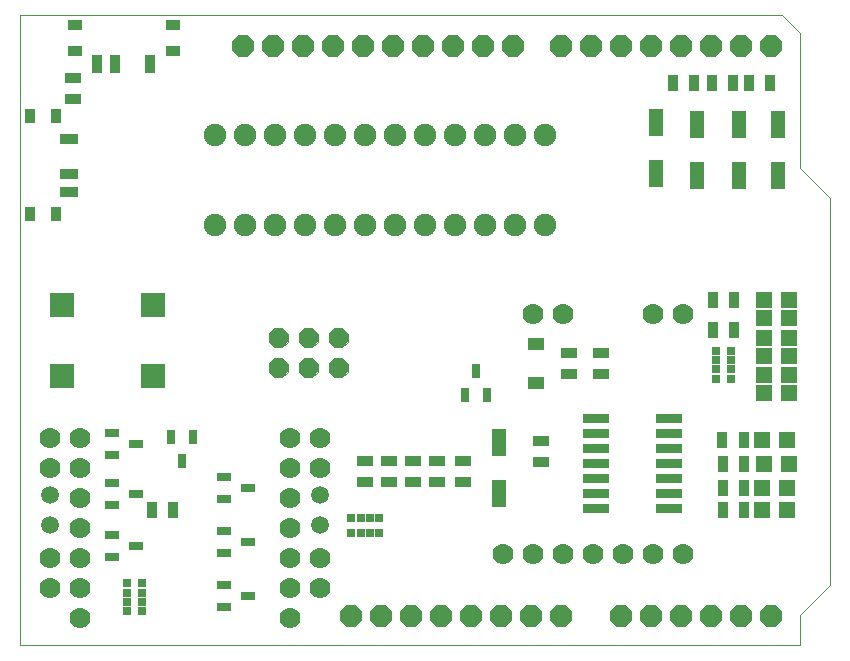
<source format=gbr>
%FSLAX44Y44*%
%OFA0.0000B0.0000*%
%SFA1B1*%
%MOMM*%
%AMFRECTNOHOLE10*
21,1,0.9016,1.3016,0.0000,0.0000,0*
%
%AMFRECTNOHOLE11*
21,1,1.3016,0.9016,0.0000,0.0000,0*
%
%AMFRECTNOHOLE12*
21,1,1.1684,2.2860,0.0000,0.0000,0*
%
%AMFRECTNOHOLE13*
21,1,1.3016,1.3016,0.0000,0.0000,0*
%
%AMFRECTNOHOLE14*
21,1,0.9016,1.1016,0.0000,0.0000,0*
%
%AMFRECTNOHOLE15*
21,1,1.6016,0.8016,0.0000,0.0000,0*
%
%AMFRECTNOHOLE16*
21,1,1.3216,1.0116,0.0000,0.0000,0*
%
%AMFRECTNOHOLE17*
21,1,0.7366,1.1176,0.0000,0.0000,0*
%
%AMFRECTNOHOLE18*
21,1,2.1336,0.7620,0.0000,0.0000,0*
%
%AMFRECTNOHOLE19*
21,1,1.1176,0.7366,0.0000,0.0000,0*
%
%AMFRECTNOHOLE20*
21,1,2.1016,2.1016,0.0000,0.0000,0*
%
%AMFRECTNOHOLE21*
21,1,0.7516,0.6016,0.0000,0.0000,0*
%
%AMFRECTNOHOLE22*
21,1,0.6016,0.7516,0.0000,0.0000,0*
%
%AMFRECTNOHOLE23*
21,1,1.1016,0.9016,0.0000,0.0000,0*
%
%AMFRECTNOHOLE24*
21,1,0.8016,1.6016,0.0000,0.0000,0*
%
%ADD10FRECTNOHOLE10*%
%ADD11FRECTNOHOLE11*%
%ADD12FRECTNOHOLE12*%
%ADD13FRECTNOHOLE13*%
%ADD14FRECTNOHOLE14*%
%ADD15FRECTNOHOLE15*%
%ADD16FRECTNOHOLE16*%
%ADD17FRECTNOHOLE17*%
%ADD18FRECTNOHOLE18*%
%ADD19FRECTNOHOLE19*%
%ADD20FRECTNOHOLE20*%
%ADD21FRECTNOHOLE21*%
%ADD22FRECTNOHOLE22*%
%ADD23FRECTNOHOLE23*%
%ADD24FRECTNOHOLE24*%
%ADD25C,0.0010X0.0000*%
%ADD28C,0.0000X0.0000*%
%ADD38C,1.7780X0.0000*%
%ADD39C,1.4986X0.0000*%
%ADD40C,1.9016X0.0000*%
%LNSOLDERMASK_TOP266*%
%LPD*%
G36*
X524510Y511682D2*
X529718Y516890D1*
X537082Y516890D1*
X542290Y511682D1*
X542290Y504318D1*
X537082Y499110D1*
X529718Y499110D1*
X524510Y504318D1*
X524510Y511682D1*
G37*
%LNSOLDERMASK_TOP267*%
%LPD*%
G36*
X499110Y29082D2*
X504318Y34290D1*
X511682Y34290D1*
X516890Y29082D1*
X516890Y21718D1*
X511682Y16510D1*
X504318Y16510D1*
X499110Y21718D1*
X499110Y29082D1*
G37*
%LNSOLDERMASK_TOP268*%
%LPD*%
G36*
X549910Y511682D2*
X555118Y516890D1*
X562482Y516890D1*
X567690Y511682D1*
X567690Y504318D1*
X562482Y499110D1*
X555118Y499110D1*
X549910Y504318D1*
X549910Y511682D1*
G37*
%LNSOLDERMASK_TOP269*%
%LPD*%
G36*
X575310Y511682D2*
X580518Y516890D1*
X587882Y516890D1*
X593090Y511682D1*
X593090Y504318D1*
X587882Y499110D1*
X580518Y499110D1*
X575310Y504318D1*
X575310Y511682D1*
G37*
%LNSOLDERMASK_TOP270*%
%LPD*%
G36*
X600710Y511682D2*
X605918Y516890D1*
X613282Y516890D1*
X618490Y511682D1*
X618490Y504318D1*
X613282Y499110D1*
X605918Y499110D1*
X600710Y504318D1*
X600710Y511682D1*
G37*
%LNSOLDERMASK_TOP271*%
%LPD*%
G36*
X626110Y511682D2*
X631318Y516890D1*
X638682Y516890D1*
X643890Y511682D1*
X643890Y504318D1*
X638682Y499110D1*
X631318Y499110D1*
X626110Y504318D1*
X626110Y511682D1*
G37*
%LNSOLDERMASK_TOP272*%
%LPD*%
G36*
X499110Y511682D2*
X504318Y516890D1*
X511682Y516890D1*
X516890Y511682D1*
X516890Y504318D1*
X511682Y499110D1*
X504318Y499110D1*
X499110Y504318D1*
X499110Y511682D1*
G37*
%LNSOLDERMASK_TOP273*%
%LPD*%
G36*
X473710Y511682D2*
X478918Y516890D1*
X486282Y516890D1*
X491490Y511682D1*
X491490Y504318D1*
X486282Y499110D1*
X478918Y499110D1*
X473710Y504318D1*
X473710Y511682D1*
G37*
%LNSOLDERMASK_TOP274*%
%LPD*%
G36*
X448310Y511682D2*
X453518Y516890D1*
X460882Y516890D1*
X466090Y511682D1*
X466090Y504318D1*
X460882Y499110D1*
X453518Y499110D1*
X448310Y504318D1*
X448310Y511682D1*
G37*
%LNSOLDERMASK_TOP275*%
%LPD*%
G36*
X407670Y511682D2*
X412878Y516890D1*
X420242Y516890D1*
X425450Y511682D1*
X425450Y504318D1*
X420242Y499110D1*
X412878Y499110D1*
X407670Y504318D1*
X407670Y511682D1*
G37*
%LNSOLDERMASK_TOP276*%
%LPD*%
G36*
X382270Y511682D2*
X387478Y516890D1*
X394842Y516890D1*
X400050Y511682D1*
X400050Y504318D1*
X394842Y499110D1*
X387478Y499110D1*
X382270Y504318D1*
X382270Y511682D1*
G37*
%LNSOLDERMASK_TOP277*%
%LPD*%
G36*
X356870Y511682D2*
X362078Y516890D1*
X369442Y516890D1*
X374650Y511682D1*
X374650Y504318D1*
X369442Y499110D1*
X362078Y499110D1*
X356870Y504318D1*
X356870Y511682D1*
G37*
%LNSOLDERMASK_TOP278*%
%LPD*%
G36*
X331470Y511682D2*
X336678Y516890D1*
X344042Y516890D1*
X349250Y511682D1*
X349250Y504318D1*
X344042Y499110D1*
X336678Y499110D1*
X331470Y504318D1*
X331470Y511682D1*
G37*
%LNSOLDERMASK_TOP279*%
%LPD*%
G36*
X306070Y511682D2*
X311278Y516890D1*
X318642Y516890D1*
X323850Y511682D1*
X323850Y504318D1*
X318642Y499110D1*
X311278Y499110D1*
X306070Y504318D1*
X306070Y511682D1*
G37*
%LNSOLDERMASK_TOP280*%
%LPD*%
G36*
X280670Y511682D2*
X285878Y516890D1*
X293242Y516890D1*
X298450Y511682D1*
X298450Y504318D1*
X293242Y499110D1*
X285878Y499110D1*
X280670Y504318D1*
X280670Y511682D1*
G37*
%LNSOLDERMASK_TOP281*%
%LPD*%
G36*
X255270Y511682D2*
X260478Y516890D1*
X267842Y516890D1*
X273050Y511682D1*
X273050Y504318D1*
X267842Y499110D1*
X260478Y499110D1*
X255270Y504318D1*
X255270Y511682D1*
G37*
%LNSOLDERMASK_TOP282*%
%LPD*%
G36*
X229870Y511682D2*
X235078Y516890D1*
X242442Y516890D1*
X247650Y511682D1*
X247650Y504318D1*
X242442Y499110D1*
X235078Y499110D1*
X229870Y504318D1*
X229870Y511682D1*
G37*
%LNSOLDERMASK_TOP283*%
%LPD*%
G36*
X524510Y29082D2*
X529718Y34290D1*
X537082Y34290D1*
X542290Y29082D1*
X542290Y21718D1*
X537082Y16510D1*
X529718Y16510D1*
X524510Y21718D1*
X524510Y29082D1*
G37*
%LNSOLDERMASK_TOP284*%
%LPD*%
G36*
X549910Y29082D2*
X555118Y34290D1*
X562482Y34290D1*
X567690Y29082D1*
X567690Y21718D1*
X562482Y16510D1*
X555118Y16510D1*
X549910Y21718D1*
X549910Y29082D1*
G37*
%LNSOLDERMASK_TOP285*%
%LPD*%
G36*
X575310Y29082D2*
X580518Y34290D1*
X587882Y34290D1*
X593090Y29082D1*
X593090Y21718D1*
X587882Y16510D1*
X580518Y16510D1*
X575310Y21718D1*
X575310Y29082D1*
G37*
%LNSOLDERMASK_TOP286*%
%LPD*%
G36*
X600710Y29082D2*
X605918Y34290D1*
X613282Y34290D1*
X618490Y29082D1*
X618490Y21718D1*
X613282Y16510D1*
X605918Y16510D1*
X600710Y21718D1*
X600710Y29082D1*
G37*
%LNSOLDERMASK_TOP287*%
%LPD*%
G36*
X626110Y29082D2*
X631318Y34290D1*
X638682Y34290D1*
X643890Y29082D1*
X643890Y21718D1*
X638682Y16510D1*
X631318Y16510D1*
X626110Y21718D1*
X626110Y29082D1*
G37*
%LNSOLDERMASK_TOP288*%
%LPD*%
G36*
X448310Y29082D2*
X453518Y34290D1*
X460882Y34290D1*
X466090Y29082D1*
X466090Y21718D1*
X460882Y16510D1*
X453518Y16510D1*
X448310Y21718D1*
X448310Y29082D1*
G37*
%LNSOLDERMASK_TOP289*%
%LPD*%
G36*
X422910Y29082D2*
X428118Y34290D1*
X435482Y34290D1*
X440690Y29082D1*
X440690Y21718D1*
X435482Y16510D1*
X428118Y16510D1*
X422910Y21718D1*
X422910Y29082D1*
G37*
%LNSOLDERMASK_TOP290*%
%LPD*%
G36*
X397510Y29082D2*
X402718Y34290D1*
X410082Y34290D1*
X415290Y29082D1*
X415290Y21718D1*
X410082Y16510D1*
X402718Y16510D1*
X397510Y21718D1*
X397510Y29082D1*
G37*
%LNSOLDERMASK_TOP291*%
%LPD*%
G36*
X372110Y29082D2*
X377318Y34290D1*
X384682Y34290D1*
X389890Y29082D1*
X389890Y21718D1*
X384682Y16510D1*
X377318Y16510D1*
X372110Y21718D1*
X372110Y29082D1*
G37*
%LNSOLDERMASK_TOP292*%
%LPD*%
G36*
X346710Y29082D2*
X351918Y34290D1*
X359282Y34290D1*
X364490Y29082D1*
X364490Y21718D1*
X359282Y16510D1*
X351918Y16510D1*
X346710Y21718D1*
X346710Y29082D1*
G37*
%LNSOLDERMASK_TOP293*%
%LPD*%
G36*
X321310Y29082D2*
X326518Y34290D1*
X333882Y34290D1*
X339090Y29082D1*
X339090Y21718D1*
X333882Y16510D1*
X326518Y16510D1*
X321310Y21718D1*
X321310Y29082D1*
G37*
%LNSOLDERMASK_TOP294*%
%LPD*%
G36*
X204470Y511682D2*
X209678Y516890D1*
X217042Y516890D1*
X222250Y511682D1*
X222250Y504318D1*
X217042Y499110D1*
X209678Y499110D1*
X204470Y504318D1*
X204470Y511682D1*
G37*
%LNSOLDERMASK_TOP295*%
%LPD*%
G36*
X179070Y511682D2*
X184278Y516890D1*
X191642Y516890D1*
X196850Y511682D1*
X196850Y504318D1*
X191642Y499110D1*
X184278Y499110D1*
X179070Y504318D1*
X179070Y511682D1*
G37*
%LNSOLDERMASK_TOP296*%
%LPD*%
G36*
X295910Y29082D2*
X301118Y34290D1*
X308482Y34290D1*
X313690Y29082D1*
X313690Y21718D1*
X308482Y16510D1*
X301118Y16510D1*
X295910Y21718D1*
X295910Y29082D1*
G37*
%LNSOLDERMASK_TOP297*%
%LPD*%
G36*
X270510Y29082D2*
X275718Y34290D1*
X283082Y34290D1*
X288290Y29082D1*
X288290Y21718D1*
X283082Y16510D1*
X275718Y16510D1*
X270510Y21718D1*
X270510Y29082D1*
G37*
%LNSOLDERMASK_TOP298*%
%LPD*%
G36*
X210392Y238284D2*
X215106Y242998D1*
X221774Y242998D1*
X226488Y238284D1*
X226488Y231616D1*
X221774Y226902D1*
X215106Y226902D1*
X210392Y231616D1*
X210392Y238284D1*
G37*
%LNSOLDERMASK_TOP299*%
%LPD*%
G36*
X210392Y263684D2*
X215106Y268398D1*
X221774Y268398D1*
X226488Y263684D1*
X226488Y257016D1*
X221774Y252302D1*
X215106Y252302D1*
X210392Y257016D1*
X210392Y263684D1*
G37*
%LNSOLDERMASK_TOP300*%
%LPD*%
G36*
X235792Y238284D2*
X240506Y242998D1*
X247174Y242998D1*
X251888Y238284D1*
X251888Y231616D1*
X247174Y226902D1*
X240506Y226902D1*
X235792Y231616D1*
X235792Y238284D1*
G37*
%LNSOLDERMASK_TOP301*%
%LPD*%
G36*
X235792Y263684D2*
X240506Y268398D1*
X247174Y268398D1*
X251888Y263684D1*
X251888Y257016D1*
X247174Y252302D1*
X240506Y252302D1*
X235792Y257016D1*
X235792Y263684D1*
G37*
%LNSOLDERMASK_TOP302*%
%LPD*%
G36*
X261192Y238284D2*
X265906Y242998D1*
X272574Y242998D1*
X277288Y238284D1*
X277288Y231616D1*
X272574Y226902D1*
X265906Y226902D1*
X261192Y231616D1*
X261192Y238284D1*
G37*
%LNSOLDERMASK_TOP303*%
%LPD*%
G36*
X261192Y263684D2*
X265906Y268398D1*
X272574Y268398D1*
X277288Y263684D1*
X277288Y257016D1*
X272574Y252302D1*
X265906Y252302D1*
X261192Y257016D1*
X261192Y263684D1*
G37*
%LNSOLDERMASK_TOP*%
%LPD*%
G54D10*
X111650Y114300D3*
X129650Y114300D3*
X604630Y266700D3*
X586630Y266700D3*
X604630Y292100D3*
X586630Y292100D3*
X612758Y153670D3*
X594758Y153670D3*
X594758Y133350D3*
X612758Y133350D3*
X595012Y114300D3*
X613012Y114300D3*
X594504Y173990D3*
X612504Y173990D3*
X617110Y476250D3*
X635110Y476250D3*
X552340Y476250D3*
X570340Y476250D3*
X603360Y476250D3*
X585360Y476250D3*
G54D11*
X312420Y156320D3*
X312420Y138320D3*
X353060Y138320D3*
X353060Y156320D3*
X374650Y138320D3*
X374650Y156320D3*
X44450Y462170D3*
X44450Y480170D3*
X292100Y138320D3*
X292100Y156320D3*
X491490Y247760D3*
X491490Y229760D3*
X464820Y247760D3*
X464820Y229760D3*
X332740Y156320D3*
X332740Y138320D3*
X440690Y154830D3*
X440690Y172830D3*
G54D12*
X405130Y128270D3*
X405130Y171450D3*
X641350Y397510D3*
X641350Y440690D3*
X608330Y397510D3*
X608330Y440690D3*
X572770Y397510D3*
X572770Y440690D3*
X538480Y398780D3*
X538480Y441960D3*
G54D13*
X650580Y213360D3*
X629580Y213360D3*
X650580Y292100D3*
X629580Y292100D3*
X650580Y228600D3*
X629580Y228600D3*
X650580Y245110D3*
X629580Y245110D3*
X650580Y260350D3*
X629580Y260350D3*
X650580Y276860D3*
X629580Y276860D3*
X629580Y153670D3*
X650580Y153670D3*
X649310Y114300D3*
X628310Y114300D3*
X649310Y133350D3*
X628310Y133350D3*
X628310Y173990D3*
X649310Y173990D3*
G54D14*
X30050Y364900D3*
X8050Y364900D3*
X8050Y447900D3*
X30050Y447900D3*
G54D15*
X41550Y383900D3*
X41550Y398900D3*
X41550Y428900D3*
G54D16*
X436880Y255110D3*
X436880Y222410D3*
G54D17*
X376580Y212250D3*
X395580Y212250D3*
X386080Y232250D3*
X146660Y176370D3*
X127660Y176370D3*
X137160Y156370D3*
G54D18*
X548894Y115570D3*
X487426Y115570D3*
X548894Y128270D3*
X548894Y140970D3*
X487426Y128270D3*
X487426Y140970D3*
X548894Y153670D3*
X487426Y153670D3*
X548894Y166370D3*
X548894Y179070D3*
X487426Y166370D3*
X487426Y179070D3*
X548894Y191770D3*
X487426Y191770D3*
G54D19*
X172880Y51410D3*
X172880Y32410D3*
X192880Y41910D3*
X172880Y97130D3*
X172880Y78130D3*
X192880Y87630D3*
X77630Y93320D3*
X77630Y74320D3*
X97630Y83820D3*
X172880Y142850D3*
X172880Y123850D3*
X192880Y133350D3*
X77630Y179680D3*
X77630Y160680D3*
X97630Y170180D3*
X77630Y137770D3*
X77630Y118770D3*
X97630Y128270D3*
G54D20*
X35560Y287810D3*
X35560Y227810D3*
X112014Y288064D3*
X112014Y228064D3*
G54D21*
X589380Y225490D3*
X589380Y233490D3*
X589380Y241490D3*
X589380Y249490D3*
X601880Y249490D3*
X601880Y241490D3*
X601880Y233490D3*
X601880Y225490D3*
X90270Y28640D3*
X90270Y36640D3*
X90270Y44640D3*
X90270Y52640D3*
X102770Y52640D3*
X102770Y44640D3*
X102770Y36640D3*
X102770Y28640D3*
G54D22*
X304100Y95350D3*
X296100Y95350D3*
X288100Y95350D3*
X280100Y95350D3*
X280100Y107850D3*
X288100Y107850D3*
X296100Y107850D3*
X304100Y107850D3*
G54D23*
X46130Y503350D3*
X46130Y525350D3*
X129130Y525350D3*
X129130Y503350D3*
G54D24*
X65130Y491850D3*
X80130Y491850D3*
X110130Y491850D3*
G54D25*
X645160Y533400D2*
X0Y533400D1*
X660400Y518160D2*
X645160Y533400D1*
X660400Y403860D2*
X660400Y518160D1*
X685800Y378460D2*
X660400Y403860D1*
X685800Y50800D2*
X685800Y378460D1*
X660400Y25400D2*
X685800Y50800D1*
X660400Y0D2*
X660400Y25400D1*
X0Y0D2*
X660400Y0D1*
X0Y533400D2*
X0Y0D1*
G54D28*
X261192Y263684D2*
X265906Y268398D1*
X272574Y268398*
X277288Y263684*
X277288Y257016*
X272574Y252302*
X265906Y252302*
X261192Y257016*
X261192Y263684*
X261192Y238284D2*
X265906Y242998D1*
X272574Y242998*
X277288Y238284*
X277288Y231616*
X272574Y226902*
X265906Y226902*
X261192Y231616*
X261192Y238284*
X235792Y263684D2*
X240506Y268398D1*
X247174Y268398*
X251888Y263684*
X251888Y257016*
X247174Y252302*
X240506Y252302*
X235792Y257016*
X235792Y263684*
X235792Y238284D2*
X240506Y242998D1*
X247174Y242998*
X251888Y238284*
X251888Y231616*
X247174Y226902*
X240506Y226902*
X235792Y231616*
X235792Y238284*
X210392Y263684D2*
X215106Y268398D1*
X221774Y268398*
X226488Y263684*
X226488Y257016*
X221774Y252302*
X215106Y252302*
X210392Y257016*
X210392Y263684*
X210392Y238284D2*
X215106Y242998D1*
X221774Y242998*
X226488Y238284*
X226488Y231616*
X221774Y226902*
X215106Y226902*
X210392Y231616*
X210392Y238284*
X270510Y29082D2*
X275718Y34290D1*
X283082Y34290*
X288290Y29082*
X288290Y21718*
X283082Y16510*
X275718Y16510*
X270510Y21718*
X270510Y29082*
X295910Y29082D2*
X301118Y34290D1*
X308482Y34290*
X313690Y29082*
X313690Y21718*
X308482Y16510*
X301118Y16510*
X295910Y21718*
X295910Y29082*
X179070Y511682D2*
X184278Y516890D1*
X191642Y516890*
X196850Y511682*
X196850Y504318*
X191642Y499110*
X184278Y499110*
X179070Y504318*
X179070Y511682*
X204470Y511682D2*
X209678Y516890D1*
X217042Y516890*
X222250Y511682*
X222250Y504318*
X217042Y499110*
X209678Y499110*
X204470Y504318*
X204470Y511682*
X321310Y29082D2*
X326518Y34290D1*
X333882Y34290*
X339090Y29082*
X339090Y21718*
X333882Y16510*
X326518Y16510*
X321310Y21718*
X321310Y29082*
X346710Y29082D2*
X351918Y34290D1*
X359282Y34290*
X364490Y29082*
X364490Y21718*
X359282Y16510*
X351918Y16510*
X346710Y21718*
X346710Y29082*
X372110Y29082D2*
X377318Y34290D1*
X384682Y34290*
X389890Y29082*
X389890Y21718*
X384682Y16510*
X377318Y16510*
X372110Y21718*
X372110Y29082*
X397510Y29082D2*
X402718Y34290D1*
X410082Y34290*
X415290Y29082*
X415290Y21718*
X410082Y16510*
X402718Y16510*
X397510Y21718*
X397510Y29082*
X422910Y29082D2*
X428118Y34290D1*
X435482Y34290*
X440690Y29082*
X440690Y21718*
X435482Y16510*
X428118Y16510*
X422910Y21718*
X422910Y29082*
X448310Y29082D2*
X453518Y34290D1*
X460882Y34290*
X466090Y29082*
X466090Y21718*
X460882Y16510*
X453518Y16510*
X448310Y21718*
X448310Y29082*
X626110Y29082D2*
X631318Y34290D1*
X638682Y34290*
X643890Y29082*
X643890Y21718*
X638682Y16510*
X631318Y16510*
X626110Y21718*
X626110Y29082*
X600710Y29082D2*
X605918Y34290D1*
X613282Y34290*
X618490Y29082*
X618490Y21718*
X613282Y16510*
X605918Y16510*
X600710Y21718*
X600710Y29082*
X575310Y29082D2*
X580518Y34290D1*
X587882Y34290*
X593090Y29082*
X593090Y21718*
X587882Y16510*
X580518Y16510*
X575310Y21718*
X575310Y29082*
X549910Y29082D2*
X555118Y34290D1*
X562482Y34290*
X567690Y29082*
X567690Y21718*
X562482Y16510*
X555118Y16510*
X549910Y21718*
X549910Y29082*
X524510Y29082D2*
X529718Y34290D1*
X537082Y34290*
X542290Y29082*
X542290Y21718*
X537082Y16510*
X529718Y16510*
X524510Y21718*
X524510Y29082*
X229870Y511682D2*
X235078Y516890D1*
X242442Y516890*
X247650Y511682*
X247650Y504318*
X242442Y499110*
X235078Y499110*
X229870Y504318*
X229870Y511682*
X255270Y511682D2*
X260478Y516890D1*
X267842Y516890*
X273050Y511682*
X273050Y504318*
X267842Y499110*
X260478Y499110*
X255270Y504318*
X255270Y511682*
X280670Y511682D2*
X285878Y516890D1*
X293242Y516890*
X298450Y511682*
X298450Y504318*
X293242Y499110*
X285878Y499110*
X280670Y504318*
X280670Y511682*
X306070Y511682D2*
X311278Y516890D1*
X318642Y516890*
X323850Y511682*
X323850Y504318*
X318642Y499110*
X311278Y499110*
X306070Y504318*
X306070Y511682*
X331470Y511682D2*
X336678Y516890D1*
X344042Y516890*
X349250Y511682*
X349250Y504318*
X344042Y499110*
X336678Y499110*
X331470Y504318*
X331470Y511682*
X356870Y511682D2*
X362078Y516890D1*
X369442Y516890*
X374650Y511682*
X374650Y504318*
X369442Y499110*
X362078Y499110*
X356870Y504318*
X356870Y511682*
X382270Y511682D2*
X387478Y516890D1*
X394842Y516890*
X400050Y511682*
X400050Y504318*
X394842Y499110*
X387478Y499110*
X382270Y504318*
X382270Y511682*
X407670Y511682D2*
X412878Y516890D1*
X420242Y516890*
X425450Y511682*
X425450Y504318*
X420242Y499110*
X412878Y499110*
X407670Y504318*
X407670Y511682*
X448310Y511682D2*
X453518Y516890D1*
X460882Y516890*
X466090Y511682*
X466090Y504318*
X460882Y499110*
X453518Y499110*
X448310Y504318*
X448310Y511682*
X473710Y511682D2*
X478918Y516890D1*
X486282Y516890*
X491490Y511682*
X491490Y504318*
X486282Y499110*
X478918Y499110*
X473710Y504318*
X473710Y511682*
X499110Y511682D2*
X504318Y516890D1*
X511682Y516890*
X516890Y511682*
X516890Y504318*
X511682Y499110*
X504318Y499110*
X499110Y504318*
X499110Y511682*
X626110Y511682D2*
X631318Y516890D1*
X638682Y516890*
X643890Y511682*
X643890Y504318*
X638682Y499110*
X631318Y499110*
X626110Y504318*
X626110Y511682*
X600710Y511682D2*
X605918Y516890D1*
X613282Y516890*
X618490Y511682*
X618490Y504318*
X613282Y499110*
X605918Y499110*
X600710Y504318*
X600710Y511682*
X575310Y511682D2*
X580518Y516890D1*
X587882Y516890*
X593090Y511682*
X593090Y504318*
X587882Y499110*
X580518Y499110*
X575310Y504318*
X575310Y511682*
X549910Y511682D2*
X555118Y516890D1*
X562482Y516890*
X567690Y511682*
X567690Y504318*
X562482Y499110*
X555118Y499110*
X549910Y504318*
X549910Y511682*
X499110Y29082D2*
X504318Y34290D1*
X511682Y34290*
X516890Y29082*
X516890Y21718*
X511682Y16510*
X504318Y16510*
X499110Y21718*
X499110Y29082*
X524510Y511682D2*
X529718Y516890D1*
X537082Y516890*
X542290Y511682*
X542290Y504318*
X537082Y499110*
X529718Y499110*
X524510Y504318*
X524510Y511682*
G54D38*
X561340Y280670D3*
X535940Y280670D3*
X459740Y280670D3*
X434340Y280670D3*
X408940Y77470D3*
X434340Y77470D3*
X459740Y77470D3*
X485140Y77470D3*
X510540Y77470D3*
X535940Y77470D3*
X561340Y77470D3*
X254000Y175260D3*
X254000Y149860D3*
X254000Y73660D3*
X254000Y48260D3*
X50800Y22860D3*
X50800Y48260D3*
X50800Y73660D3*
X50800Y99060D3*
X50800Y124460D3*
X50800Y149860D3*
X50800Y175260D3*
X25400Y175260D3*
X25400Y149860D3*
X25400Y73660D3*
X25400Y48260D3*
X228600Y22860D3*
X228600Y48260D3*
X228600Y73660D3*
X228600Y99060D3*
X228600Y124460D3*
X228600Y149860D3*
X228600Y175260D3*
G54D39*
X25400Y127000D3*
X25400Y101600D3*
X254000Y127000D3*
X254000Y101600D3*
G54D40*
X165100Y431800D3*
X190500Y431800D3*
X215900Y431800D3*
X241300Y431800D3*
X266700Y431800D3*
X292100Y431800D3*
X317500Y431800D3*
X342900Y431800D3*
X368300Y431800D3*
X393700Y431800D3*
X419100Y431800D3*
X444500Y431800D3*
X444500Y355600D3*
X419100Y355600D3*
X393700Y355600D3*
X368300Y355600D3*
X342900Y355600D3*
X317500Y355600D3*
X292100Y355600D3*
X266700Y355600D3*
X241300Y355600D3*
X215900Y355600D3*
X190500Y355600D3*
X165100Y355600D3*
M02*

</source>
